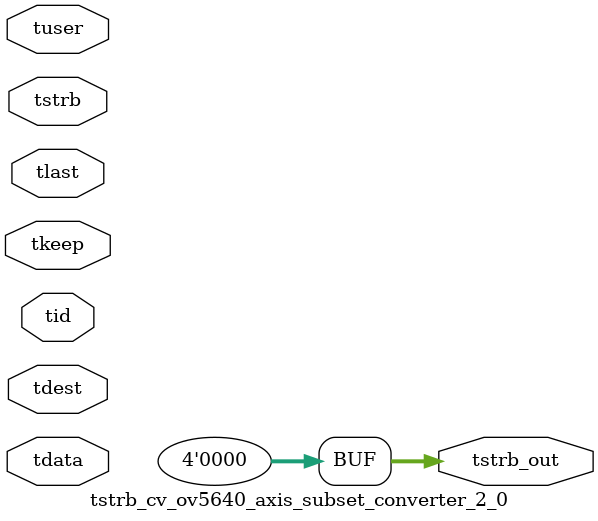
<source format=v>


`timescale 1ps/1ps

module tstrb_cv_ov5640_axis_subset_converter_2_0 #
(
parameter C_S_AXIS_TDATA_WIDTH = 32,
parameter C_S_AXIS_TUSER_WIDTH = 0,
parameter C_S_AXIS_TID_WIDTH   = 0,
parameter C_S_AXIS_TDEST_WIDTH = 0,
parameter C_M_AXIS_TDATA_WIDTH = 32
)
(
input  [(C_S_AXIS_TDATA_WIDTH == 0 ? 1 : C_S_AXIS_TDATA_WIDTH)-1:0     ] tdata,
input  [(C_S_AXIS_TUSER_WIDTH == 0 ? 1 : C_S_AXIS_TUSER_WIDTH)-1:0     ] tuser,
input  [(C_S_AXIS_TID_WIDTH   == 0 ? 1 : C_S_AXIS_TID_WIDTH)-1:0       ] tid,
input  [(C_S_AXIS_TDEST_WIDTH == 0 ? 1 : C_S_AXIS_TDEST_WIDTH)-1:0     ] tdest,
input  [(C_S_AXIS_TDATA_WIDTH/8)-1:0 ] tkeep,
input  [(C_S_AXIS_TDATA_WIDTH/8)-1:0 ] tstrb,
input                                                                    tlast,
output [(C_M_AXIS_TDATA_WIDTH/8)-1:0 ] tstrb_out
);

assign tstrb_out = {1'b0};

endmodule


</source>
